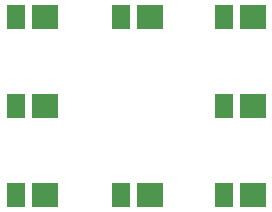
<source format=gtp>
G04 Layer: TopPasteMaskLayer*
G04 EasyEDA Pro v2.2.25.6, 2024-08-18 10:38:01*
G04 Gerber Generator version 0.3*
G04 Scale: 100 percent, Rotated: No, Reflected: No*
G04 Dimensions in millimeters*
G04 Leading zeros omitted, absolute positions, 3 integers and 5 decimals*
%FSLAX35Y35*%
%MOMM*%
%ADD10R,1.55001X2.1*%
%ADD11R,2.3X2.1*%
G75*


G04 Pad Start*
G54D10*
G01X376860Y1799996D03*
G54D11*
G01X623113Y1799996D03*
G54D10*
G01X1266858Y1799996D03*
G54D11*
G01X1513111Y1799996D03*
G54D10*
G01X2136856Y1799996D03*
G54D11*
G01X2383109Y1799996D03*
G54D10*
G01X376860Y1049998D03*
G54D11*
G01X623113Y1049998D03*
G54D10*
G01X2136856Y1049998D03*
G54D11*
G01X2383109Y1049998D03*
G54D10*
G01X376860Y299999D03*
G54D11*
G01X623113Y299999D03*
G54D10*
G01X1266858Y299999D03*
G54D11*
G01X1513111Y299999D03*
G54D10*
G01X2136856Y299999D03*
G54D11*
G01X2383109Y299999D03*
G04 Pad End*

M02*


</source>
